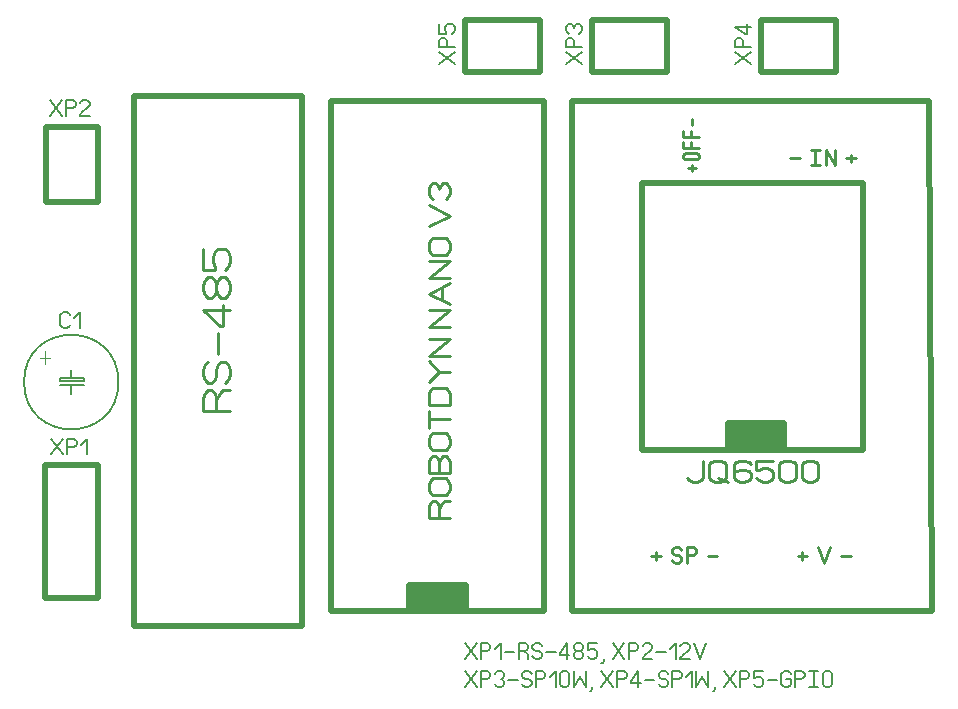
<source format=gbr>
%FSLAX34Y34*%
%MOMM*%
%LNSILK_TOP*%
G71*
G01*
%ADD10C, 0.500*%
%ADD11C, 0.222*%
%ADD12C, 0.167*%
%ADD13C, 0.238*%
%ADD14C, 0.200*%
%ADD15C, 0.120*%
%ADD16C, 0.278*%
%LPD*%
G54D10*
X290512Y136225D02*
X147638Y136225D01*
X147638Y585488D01*
X290512Y585488D01*
X290512Y136225D01*
G54D10*
X314325Y581025D02*
X495300Y581025D01*
X495300Y149225D01*
X314325Y149225D01*
X314325Y581025D01*
G36*
X381000Y171450D02*
X381000Y149225D01*
X428625Y149225D01*
X428625Y171450D01*
X381000Y171450D01*
G37*
G54D10*
X381000Y171450D02*
X381000Y149225D01*
X428625Y149225D01*
X428625Y171450D01*
X381000Y171450D01*
G54D11*
X406361Y235094D02*
X408583Y240427D01*
X410806Y242205D01*
X415250Y242205D01*
G54D11*
X415250Y227983D02*
X397472Y227983D01*
X397472Y236872D01*
X398583Y240427D01*
X400806Y242205D01*
X403028Y242205D01*
X405250Y240427D01*
X406361Y236872D01*
X406361Y227983D01*
G54D11*
X400806Y261316D02*
X411917Y261316D01*
X414139Y259538D01*
X415250Y255983D01*
X415250Y252427D01*
X414139Y248872D01*
X411917Y247094D01*
X400806Y247094D01*
X398583Y248872D01*
X397472Y252427D01*
X397472Y255983D01*
X398583Y259538D01*
X400806Y261316D01*
G54D11*
X415250Y266205D02*
X397472Y266205D01*
X397472Y275094D01*
X398583Y278649D01*
X400806Y280427D01*
X403028Y280427D01*
X405250Y278649D01*
X406361Y275094D01*
X407472Y278649D01*
X409694Y280427D01*
X411917Y280427D01*
X414139Y278649D01*
X415250Y275094D01*
X415250Y266205D01*
G54D11*
X406361Y266205D02*
X406361Y275094D01*
G54D11*
X400806Y299538D02*
X411917Y299538D01*
X414139Y297760D01*
X415250Y294205D01*
X415250Y290649D01*
X414139Y287094D01*
X411917Y285316D01*
X400806Y285316D01*
X398583Y287094D01*
X397472Y290649D01*
X397472Y294205D01*
X398583Y297760D01*
X400806Y299538D01*
G54D11*
X415250Y311538D02*
X397472Y311538D01*
G54D11*
X397472Y304427D02*
X397472Y318649D01*
G54D11*
X415250Y323538D02*
X397472Y323538D01*
X397472Y332427D01*
X398583Y335982D01*
X400806Y337760D01*
X411917Y337760D01*
X414139Y335982D01*
X415250Y332427D01*
X415250Y323538D01*
G54D11*
X397472Y342649D02*
X406361Y351538D01*
X415250Y351538D01*
G54D11*
X406361Y351538D02*
X397472Y360427D01*
G54D11*
X415250Y365316D02*
X397472Y365316D01*
X415250Y379538D01*
X397472Y379538D01*
G54D11*
X415250Y389672D02*
X397472Y389672D01*
X415250Y403894D01*
X397472Y403894D01*
G54D11*
X415250Y408783D02*
X397472Y417672D01*
X415250Y426561D01*
G54D11*
X408583Y412338D02*
X408583Y423005D01*
G54D11*
X415250Y431450D02*
X397472Y431450D01*
X415250Y445672D01*
X397472Y445672D01*
G54D11*
X400806Y464783D02*
X411917Y464783D01*
X414139Y463005D01*
X415250Y459450D01*
X415250Y455894D01*
X414139Y452339D01*
X411917Y450561D01*
X400806Y450561D01*
X398583Y452339D01*
X397472Y455894D01*
X397472Y459450D01*
X398583Y463005D01*
X400806Y464783D01*
G54D11*
X397472Y474917D02*
X415250Y483806D01*
X397472Y492695D01*
G54D11*
X400806Y497584D02*
X398583Y499362D01*
X397472Y502917D01*
X397472Y506473D01*
X398583Y510028D01*
X400806Y511806D01*
X403028Y511806D01*
X405250Y510028D01*
X406361Y506473D01*
X407472Y510028D01*
X409694Y511806D01*
X411917Y511806D01*
X414139Y510028D01*
X415250Y506473D01*
X415250Y502917D01*
X414139Y499362D01*
X411917Y497584D01*
G54D10*
X117391Y160400D02*
X72941Y160400D01*
X72941Y273112D01*
X117391Y273112D01*
X117391Y160400D01*
G54D12*
X77804Y294965D02*
X87804Y281632D01*
G54D12*
X77804Y281632D02*
X87804Y294965D01*
G54D12*
X91471Y281632D02*
X91471Y294965D01*
X96471Y294965D01*
X98471Y294132D01*
X99471Y292465D01*
X99471Y290798D01*
X98471Y289132D01*
X96471Y288298D01*
X91471Y288298D01*
G54D12*
X103138Y289965D02*
X108138Y294965D01*
X108138Y281632D01*
G54D10*
X117743Y495362D02*
X73293Y495362D01*
X73293Y558862D01*
X117743Y558862D01*
X117743Y495362D01*
G54D12*
X76943Y581919D02*
X86943Y568586D01*
G54D12*
X76943Y568586D02*
X86943Y581919D01*
G54D12*
X90610Y568586D02*
X90610Y581919D01*
X95610Y581919D01*
X97610Y581086D01*
X98610Y579419D01*
X98610Y577753D01*
X97610Y576086D01*
X95610Y575253D01*
X90610Y575253D01*
G54D12*
X110277Y568586D02*
X102277Y568586D01*
X102277Y569419D01*
X103277Y571086D01*
X109277Y576086D01*
X110277Y577753D01*
X110277Y579419D01*
X109277Y581086D01*
X107277Y581919D01*
X105277Y581919D01*
X103277Y581086D01*
X102277Y579419D01*
G54D10*
X577850Y511175D02*
X765175Y511175D01*
X765175Y285750D01*
X577850Y285750D01*
X577850Y511175D01*
G36*
X650875Y285750D02*
X650875Y307975D01*
X698500Y307975D01*
X698500Y285750D01*
X650875Y285750D01*
G37*
G54D10*
X650875Y285750D02*
X650875Y307975D01*
X698500Y307975D01*
X698500Y285750D01*
X650875Y285750D01*
G54D13*
X585875Y195700D02*
X593875Y195700D01*
G54D13*
X589875Y199034D02*
X589875Y192367D01*
G54D13*
X603409Y192367D02*
X604409Y190700D01*
X606409Y189867D01*
X608409Y189867D01*
X610409Y190700D01*
X611409Y192367D01*
X611409Y194034D01*
X610409Y195700D01*
X608409Y196534D01*
X606409Y196534D01*
X604409Y197367D01*
X603409Y199034D01*
X603409Y200700D01*
X604409Y202367D01*
X606409Y203200D01*
X608409Y203200D01*
X610409Y202367D01*
X611409Y200700D01*
G54D13*
X616076Y189867D02*
X616076Y203200D01*
X621076Y203200D01*
X623076Y202367D01*
X624076Y200700D01*
X624076Y199034D01*
X623076Y197367D01*
X621076Y196534D01*
X616076Y196534D01*
G54D13*
X633610Y195700D02*
X641610Y195700D01*
G54D10*
X519112Y581025D02*
X820738Y581025D01*
X823912Y149225D01*
X519112Y149225D01*
X519112Y581025D01*
G54D13*
X754768Y195700D02*
X746768Y195700D01*
G54D13*
X737234Y203200D02*
X732234Y189867D01*
X727234Y203200D01*
G54D13*
X717700Y195700D02*
X709700Y195700D01*
G54D13*
X713700Y199034D02*
X713700Y192367D01*
G54D13*
X703350Y532250D02*
X711350Y532250D01*
G54D13*
X720884Y526417D02*
X728884Y526417D01*
G54D13*
X724884Y526417D02*
X724884Y539750D01*
G54D13*
X720884Y539750D02*
X728884Y539750D01*
G54D13*
X733551Y526417D02*
X733551Y539750D01*
X741551Y526417D01*
X741551Y539750D01*
G54D13*
X751085Y532250D02*
X759085Y532250D01*
G54D13*
X755085Y535584D02*
X755085Y528917D01*
G54D13*
X620152Y521504D02*
X620152Y526837D01*
G54D13*
X616819Y524171D02*
X623486Y524171D01*
G54D13*
X615152Y536837D02*
X623486Y536837D01*
X625152Y536171D01*
X625986Y534837D01*
X625986Y533504D01*
X625152Y532171D01*
X623486Y531504D01*
X615152Y531504D01*
X613486Y532171D01*
X612652Y533504D01*
X612652Y534837D01*
X613486Y536171D01*
X615152Y536837D01*
G54D13*
X625986Y541504D02*
X612652Y541504D01*
X612652Y546171D01*
G54D13*
X619319Y541504D02*
X619319Y546171D01*
G54D13*
X625986Y550838D02*
X612652Y550838D01*
X612652Y555505D01*
G54D13*
X619319Y550838D02*
X619319Y555505D01*
G54D13*
X620152Y560172D02*
X620152Y565505D01*
G54D14*
X105461Y343433D02*
X105461Y346633D01*
X85461Y346633D01*
X85461Y343433D01*
X105461Y343433D01*
G54D14*
X105461Y340233D02*
X85461Y340233D01*
G54D14*
G75*
G01X134761Y342933D02*
G03X134761Y342933I-40000J0D01*
G01*
G54D14*
X94761Y339933D02*
X94761Y332933D01*
G54D14*
X94761Y346933D02*
X94761Y352933D01*
G54D15*
X72561Y368933D02*
X72561Y358233D01*
G54D15*
X76961Y363633D02*
X68061Y363633D01*
G54D12*
X93511Y391033D02*
X92511Y389366D01*
X90511Y388533D01*
X88511Y388533D01*
X86511Y389366D01*
X85511Y391033D01*
X85511Y399366D01*
X86511Y401033D01*
X88511Y401866D01*
X90511Y401866D01*
X92511Y401033D01*
X93511Y399366D01*
G54D12*
X97178Y396866D02*
X102178Y401866D01*
X102178Y388533D01*
G54D16*
X217660Y327420D02*
X220438Y334087D01*
X223216Y336309D01*
X228771Y336309D01*
G54D16*
X228771Y318531D02*
X206549Y318531D01*
X206549Y329642D01*
X207938Y334087D01*
X210716Y336309D01*
X213493Y336309D01*
X216271Y334087D01*
X217660Y329642D01*
X217660Y318531D01*
G54D16*
X224604Y342420D02*
X227382Y344642D01*
X228771Y349087D01*
X228771Y353531D01*
X227382Y357976D01*
X224604Y360198D01*
X221827Y360198D01*
X219049Y357976D01*
X217660Y353531D01*
X217660Y349087D01*
X216271Y344642D01*
X213493Y342420D01*
X210716Y342420D01*
X207938Y344642D01*
X206549Y349087D01*
X206549Y353531D01*
X207938Y357976D01*
X210716Y360198D01*
G54D16*
X219049Y366309D02*
X219049Y384087D01*
G54D16*
X228771Y403532D02*
X206549Y403532D01*
X220438Y390198D01*
X223216Y390198D01*
X223216Y407976D01*
G54D16*
X217660Y425198D02*
X217660Y420754D01*
X216271Y416309D01*
X213493Y414087D01*
X210716Y414087D01*
X207938Y416309D01*
X206549Y420754D01*
X206549Y425198D01*
X207938Y429643D01*
X210716Y431865D01*
X213493Y431865D01*
X216271Y429643D01*
X217660Y425198D01*
X219049Y429643D01*
X221827Y431865D01*
X224604Y431865D01*
X227382Y429643D01*
X228771Y425198D01*
X228771Y420754D01*
X227382Y416309D01*
X224604Y414087D01*
X221827Y414087D01*
X219049Y416309D01*
X217660Y420754D01*
G54D16*
X206549Y455754D02*
X206549Y437976D01*
X216271Y437976D01*
X216271Y440198D01*
X214882Y444643D01*
X214882Y449087D01*
X216271Y453532D01*
X219049Y455754D01*
X224604Y455754D01*
X227382Y453532D01*
X228771Y449087D01*
X228771Y444643D01*
X227382Y440198D01*
X224604Y437976D01*
G54D11*
X629972Y276503D02*
X629972Y262058D01*
X628194Y259836D01*
X624639Y258725D01*
X621083Y258725D01*
X617528Y259836D01*
X615750Y262058D01*
G54D11*
X641972Y262058D02*
X650861Y258725D01*
G54D11*
X649083Y273169D02*
X649083Y262058D01*
X647305Y259836D01*
X643750Y258725D01*
X640194Y258725D01*
X636639Y259836D01*
X634861Y262058D01*
X634861Y273169D01*
X636639Y275392D01*
X640194Y276503D01*
X643750Y276503D01*
X647305Y275392D01*
X649083Y273169D01*
G54D11*
X669972Y273169D02*
X668194Y275392D01*
X664639Y276503D01*
X661083Y276503D01*
X657528Y275392D01*
X655750Y273169D01*
X655750Y267614D01*
X655750Y266503D01*
X661083Y268725D01*
X664639Y268725D01*
X668194Y267614D01*
X669972Y265392D01*
X669972Y262058D01*
X668194Y259836D01*
X664639Y258725D01*
X661083Y258725D01*
X657528Y259836D01*
X655750Y262058D01*
X655750Y267614D01*
G54D11*
X689083Y276503D02*
X674861Y276503D01*
X674861Y268725D01*
X676639Y268725D01*
X680194Y269836D01*
X683750Y269836D01*
X687305Y268725D01*
X689083Y266503D01*
X689083Y262058D01*
X687305Y259836D01*
X683750Y258725D01*
X680194Y258725D01*
X676639Y259836D01*
X674861Y262058D01*
G54D11*
X708194Y273169D02*
X708194Y262058D01*
X706416Y259836D01*
X702861Y258725D01*
X699305Y258725D01*
X695750Y259836D01*
X693972Y262058D01*
X693972Y273169D01*
X695750Y275392D01*
X699305Y276503D01*
X702861Y276503D01*
X706416Y275392D01*
X708194Y273169D01*
G54D11*
X727305Y273169D02*
X727305Y262058D01*
X725527Y259836D01*
X721972Y258725D01*
X718416Y258725D01*
X714861Y259836D01*
X713083Y262058D01*
X713083Y273169D01*
X714861Y275392D01*
X718416Y276503D01*
X721972Y276503D01*
X725527Y275392D01*
X727305Y273169D01*
G54D10*
X535963Y605231D02*
X535963Y649681D01*
X599463Y649681D01*
X599463Y605231D01*
X535963Y605231D01*
G54D12*
X513938Y612629D02*
X527271Y622629D01*
G54D12*
X527271Y612629D02*
X513938Y622629D01*
G54D12*
X527271Y626296D02*
X513938Y626296D01*
X513938Y631296D01*
X514771Y633296D01*
X516438Y634296D01*
X518104Y634296D01*
X519771Y633296D01*
X520604Y631296D01*
X520604Y626296D01*
G54D12*
X516438Y637963D02*
X514771Y638963D01*
X513938Y640963D01*
X513938Y642963D01*
X514771Y644963D01*
X516438Y645963D01*
X518104Y645963D01*
X519771Y644963D01*
X520604Y642963D01*
X521438Y644963D01*
X523104Y645963D01*
X524771Y645963D01*
X526438Y644963D01*
X527271Y642963D01*
X527271Y640963D01*
X526438Y638963D01*
X524771Y637963D01*
G54D10*
X678838Y605231D02*
X678838Y649681D01*
X742338Y649681D01*
X742338Y605231D01*
X678838Y605231D01*
G54D12*
X656813Y612629D02*
X670146Y622629D01*
G54D12*
X670146Y612629D02*
X656813Y622629D01*
G54D12*
X670146Y626296D02*
X656813Y626296D01*
X656813Y631296D01*
X657646Y633296D01*
X659313Y634296D01*
X660979Y634296D01*
X662646Y633296D01*
X663479Y631296D01*
X663479Y626296D01*
G54D12*
X670146Y643963D02*
X656813Y643963D01*
X665146Y637963D01*
X666813Y637963D01*
X666813Y645963D01*
G54D12*
X427927Y121738D02*
X437927Y108404D01*
G54D12*
X427927Y108404D02*
X437927Y121738D01*
G54D12*
X441594Y108404D02*
X441594Y121738D01*
X446594Y121738D01*
X448594Y120904D01*
X449594Y119238D01*
X449594Y117571D01*
X448594Y115904D01*
X446594Y115071D01*
X441594Y115071D01*
G54D12*
X453261Y116738D02*
X458261Y121738D01*
X458261Y108404D01*
G54D12*
X461928Y114238D02*
X469928Y114238D01*
G54D12*
X477595Y115071D02*
X480595Y113404D01*
X481595Y111738D01*
X481595Y108404D01*
G54D12*
X473595Y108404D02*
X473595Y121738D01*
X478595Y121738D01*
X480595Y120904D01*
X481595Y119238D01*
X481595Y117571D01*
X480595Y115904D01*
X478595Y115071D01*
X473595Y115071D01*
G54D12*
X485262Y110904D02*
X486262Y109238D01*
X488262Y108404D01*
X490262Y108404D01*
X492262Y109238D01*
X493262Y110904D01*
X493262Y112571D01*
X492262Y114238D01*
X490262Y115071D01*
X488262Y115071D01*
X486262Y115904D01*
X485262Y117571D01*
X485262Y119238D01*
X486262Y120904D01*
X488262Y121738D01*
X490262Y121738D01*
X492262Y120904D01*
X493262Y119238D01*
G54D12*
X496929Y114238D02*
X504929Y114238D01*
G54D12*
X514596Y108404D02*
X514596Y121738D01*
X508596Y113404D01*
X508596Y111738D01*
X516596Y111738D01*
G54D12*
X525263Y115071D02*
X523263Y115071D01*
X521263Y115904D01*
X520263Y117571D01*
X520263Y119238D01*
X521263Y120904D01*
X523263Y121738D01*
X525263Y121738D01*
X527263Y120904D01*
X528263Y119238D01*
X528263Y117571D01*
X527263Y115904D01*
X525263Y115071D01*
X527263Y114238D01*
X528263Y112571D01*
X528263Y110904D01*
X527263Y109238D01*
X525263Y108404D01*
X523263Y108404D01*
X521263Y109238D01*
X520263Y110904D01*
X520263Y112571D01*
X521263Y114238D01*
X523263Y115071D01*
G54D12*
X539930Y121738D02*
X531930Y121738D01*
X531930Y115904D01*
X532930Y115904D01*
X534930Y116738D01*
X536930Y116738D01*
X538930Y115904D01*
X539930Y114238D01*
X539930Y110904D01*
X538930Y109238D01*
X536930Y108404D01*
X534930Y108404D01*
X532930Y109238D01*
X531930Y110904D01*
G54D12*
X545597Y108404D02*
X545597Y106738D01*
X544597Y105071D01*
X543597Y105071D01*
G54D12*
X553131Y121738D02*
X563131Y108404D01*
G54D12*
X553131Y108404D02*
X563131Y121738D01*
G54D12*
X566798Y108404D02*
X566798Y121738D01*
X571798Y121738D01*
X573798Y120904D01*
X574798Y119238D01*
X574798Y117571D01*
X573798Y115904D01*
X571798Y115071D01*
X566798Y115071D01*
G54D12*
X586465Y108404D02*
X578465Y108404D01*
X578465Y109238D01*
X579465Y110904D01*
X585465Y115904D01*
X586465Y117571D01*
X586465Y119238D01*
X585465Y120904D01*
X583465Y121738D01*
X581465Y121738D01*
X579465Y120904D01*
X578465Y119238D01*
G54D12*
X590132Y114238D02*
X598132Y114238D01*
G54D12*
X601799Y116738D02*
X606799Y121738D01*
X606799Y108404D01*
G54D12*
X618466Y108404D02*
X610466Y108404D01*
X610466Y109238D01*
X611466Y110904D01*
X617466Y115904D01*
X618466Y117571D01*
X618466Y119238D01*
X617466Y120904D01*
X615466Y121738D01*
X613466Y121738D01*
X611466Y120904D01*
X610466Y119238D01*
G54D12*
X622133Y121738D02*
X627133Y108404D01*
X632133Y121738D01*
G54D12*
X427927Y97925D02*
X437927Y84592D01*
G54D12*
X427927Y84592D02*
X437927Y97925D01*
G54D12*
X441594Y84592D02*
X441594Y97925D01*
X446594Y97925D01*
X448594Y97092D01*
X449594Y95425D01*
X449594Y93759D01*
X448594Y92092D01*
X446594Y91259D01*
X441594Y91259D01*
G54D12*
X453261Y95425D02*
X454261Y97092D01*
X456261Y97925D01*
X458261Y97925D01*
X460261Y97092D01*
X461261Y95425D01*
X461261Y93759D01*
X460261Y92092D01*
X458261Y91259D01*
X460261Y90425D01*
X461261Y88759D01*
X461261Y87092D01*
X460261Y85425D01*
X458261Y84592D01*
X456261Y84592D01*
X454261Y85425D01*
X453261Y87092D01*
G54D12*
X464928Y90425D02*
X472928Y90425D01*
G54D12*
X476595Y87092D02*
X477595Y85425D01*
X479595Y84592D01*
X481595Y84592D01*
X483595Y85425D01*
X484595Y87092D01*
X484595Y88759D01*
X483595Y90425D01*
X481595Y91259D01*
X479595Y91259D01*
X477595Y92092D01*
X476595Y93759D01*
X476595Y95425D01*
X477595Y97092D01*
X479595Y97925D01*
X481595Y97925D01*
X483595Y97092D01*
X484595Y95425D01*
G54D12*
X488262Y84592D02*
X488262Y97925D01*
X493262Y97925D01*
X495262Y97092D01*
X496262Y95425D01*
X496262Y93759D01*
X495262Y92092D01*
X493262Y91259D01*
X488262Y91259D01*
G54D12*
X499929Y92925D02*
X504929Y97925D01*
X504929Y84592D01*
G54D12*
X516596Y95425D02*
X516596Y87092D01*
X515596Y85425D01*
X513596Y84592D01*
X511596Y84592D01*
X509596Y85425D01*
X508596Y87092D01*
X508596Y95425D01*
X509596Y97092D01*
X511596Y97925D01*
X513596Y97925D01*
X515596Y97092D01*
X516596Y95425D01*
G54D12*
X520263Y97925D02*
X520263Y84592D01*
X525263Y92925D01*
X530263Y84592D01*
X530263Y97925D01*
G54D12*
X535930Y84592D02*
X535930Y82925D01*
X534930Y81259D01*
X533930Y81259D01*
G54D12*
X543464Y97925D02*
X553464Y84592D01*
G54D12*
X543464Y84592D02*
X553464Y97925D01*
G54D12*
X557131Y84592D02*
X557131Y97925D01*
X562131Y97925D01*
X564131Y97092D01*
X565131Y95425D01*
X565131Y93759D01*
X564131Y92092D01*
X562131Y91259D01*
X557131Y91259D01*
G54D12*
X574798Y84592D02*
X574798Y97925D01*
X568798Y89592D01*
X568798Y87925D01*
X576798Y87925D01*
G54D12*
X580465Y90425D02*
X588465Y90425D01*
G54D12*
X592132Y87092D02*
X593132Y85425D01*
X595132Y84592D01*
X597132Y84592D01*
X599132Y85425D01*
X600132Y87092D01*
X600132Y88759D01*
X599132Y90425D01*
X597132Y91259D01*
X595132Y91259D01*
X593132Y92092D01*
X592132Y93759D01*
X592132Y95425D01*
X593132Y97092D01*
X595132Y97925D01*
X597132Y97925D01*
X599132Y97092D01*
X600132Y95425D01*
G54D12*
X603799Y84592D02*
X603799Y97925D01*
X608799Y97925D01*
X610799Y97092D01*
X611799Y95425D01*
X611799Y93759D01*
X610799Y92092D01*
X608799Y91259D01*
X603799Y91259D01*
G54D12*
X615466Y92925D02*
X620466Y97925D01*
X620466Y84592D01*
G54D12*
X624133Y97925D02*
X624133Y84592D01*
X629133Y92925D01*
X634133Y84592D01*
X634133Y97925D01*
G54D12*
X639800Y84592D02*
X639800Y82925D01*
X638800Y81259D01*
X637800Y81259D01*
G54D12*
X647334Y97925D02*
X657334Y84592D01*
G54D12*
X647334Y84592D02*
X657334Y97925D01*
G54D12*
X661001Y84592D02*
X661001Y97925D01*
X666001Y97925D01*
X668001Y97092D01*
X669001Y95425D01*
X669001Y93759D01*
X668001Y92092D01*
X666001Y91259D01*
X661001Y91259D01*
G54D12*
X680668Y97925D02*
X672668Y97925D01*
X672668Y92092D01*
X673668Y92092D01*
X675668Y92925D01*
X677668Y92925D01*
X679668Y92092D01*
X680668Y90425D01*
X680668Y87092D01*
X679668Y85425D01*
X677668Y84592D01*
X675668Y84592D01*
X673668Y85425D01*
X672668Y87092D01*
G54D12*
X684335Y90425D02*
X692335Y90425D01*
G54D12*
X700002Y91259D02*
X704002Y91259D01*
X704002Y87092D01*
X703002Y85425D01*
X701002Y84592D01*
X699002Y84592D01*
X697002Y85425D01*
X696002Y87092D01*
X696002Y95425D01*
X697002Y97092D01*
X699002Y97925D01*
X701002Y97925D01*
X703002Y97092D01*
X704002Y95425D01*
G54D12*
X707669Y84592D02*
X707669Y97925D01*
X712669Y97925D01*
X714669Y97092D01*
X715669Y95425D01*
X715669Y93759D01*
X714669Y92092D01*
X712669Y91259D01*
X707669Y91259D01*
G54D12*
X719336Y84592D02*
X727336Y84592D01*
G54D12*
X723336Y84592D02*
X723336Y97925D01*
G54D12*
X719336Y97925D02*
X727336Y97925D01*
G54D12*
X739003Y95425D02*
X739003Y87092D01*
X738003Y85425D01*
X736003Y84592D01*
X734003Y84592D01*
X732003Y85425D01*
X731003Y87092D01*
X731003Y95425D01*
X732003Y97092D01*
X734003Y97925D01*
X736003Y97925D01*
X738003Y97092D01*
X739003Y95425D01*
G54D10*
X428013Y605231D02*
X428013Y649681D01*
X491513Y649681D01*
X491513Y605231D01*
X428013Y605231D01*
G54D12*
X405988Y612629D02*
X419321Y622629D01*
G54D12*
X419321Y612629D02*
X405988Y622629D01*
G54D12*
X419321Y626296D02*
X405988Y626296D01*
X405988Y631296D01*
X406821Y633296D01*
X408488Y634296D01*
X410154Y634296D01*
X411821Y633296D01*
X412654Y631296D01*
X412654Y626296D01*
G54D12*
X405988Y645963D02*
X405988Y637963D01*
X411821Y637963D01*
X411821Y638963D01*
X410988Y640963D01*
X410988Y642963D01*
X411821Y644963D01*
X413488Y645963D01*
X416821Y645963D01*
X418488Y644963D01*
X419321Y642963D01*
X419321Y640963D01*
X418488Y638963D01*
X416821Y637963D01*
M02*

</source>
